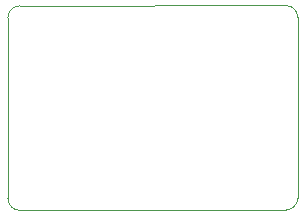
<source format=gbr>
%TF.GenerationSoftware,KiCad,Pcbnew,7.0.8*%
%TF.CreationDate,2024-10-17T18:58:31-04:00*%
%TF.ProjectId,Untitled,556e7469-746c-4656-942e-6b696361645f,rev?*%
%TF.SameCoordinates,Original*%
%TF.FileFunction,Profile,NP*%
%FSLAX46Y46*%
G04 Gerber Fmt 4.6, Leading zero omitted, Abs format (unit mm)*
G04 Created by KiCad (PCBNEW 7.0.8) date 2024-10-17 18:58:31*
%MOMM*%
%LPD*%
G01*
G04 APERTURE LIST*
%TA.AperFunction,Profile*%
%ADD10C,0.100000*%
%TD*%
G04 APERTURE END LIST*
D10*
X135431222Y-91381221D02*
X112891222Y-91408776D01*
X135428778Y-74071224D02*
X112888778Y-74098779D01*
X112888778Y-74098801D02*
G75*
G03*
X111890000Y-75098778I1222J-999999D01*
G01*
X111890024Y-90408777D02*
G75*
G03*
X112891222Y-91408775I999976J-23D01*
G01*
X111890000Y-90408777D02*
X111890000Y-75098778D01*
X135431222Y-91381199D02*
G75*
G03*
X136430000Y-90381222I-1222J999999D01*
G01*
X136429976Y-75071223D02*
G75*
G03*
X135428778Y-74071225I-999976J23D01*
G01*
X136430000Y-90381222D02*
X136430000Y-75071223D01*
M02*

</source>
